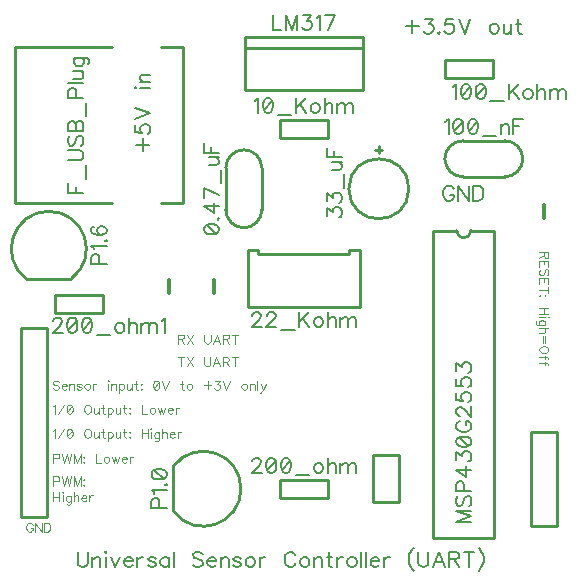
<source format=gto>
G04 DipTrace 3.2.0.1*
G04 TopSilk.gto*
%MOIN*%
G04 #@! TF.FileFunction,Legend,Top*
G04 #@! TF.Part,Single*
%ADD10C,0.009843*%
%ADD63C,0.00772*%
%ADD64C,0.012351*%
%ADD65C,0.004632*%
%FSLAX26Y26*%
G04*
G70*
G90*
G75*
G01*
G04 TopSilk*
%LPD*%
X2200394Y618110D2*
D10*
Y933071D1*
X2287008Y618110D2*
Y933071D1*
X2200394Y618110D2*
X2287008D1*
X2200394Y933071D2*
X2287008D1*
X1183701Y1813641D2*
Y1673761D1*
X1303701Y1813641D2*
Y1673761D1*
X1183701D2*
G03X1303701Y1673761I60000J-60D01*
G01*
Y1813641D2*
G03X1183701Y1813641I-60000J60D01*
G01*
X1913551Y2173701D2*
Y2113701D1*
X2073851Y2173701D2*
X1913551D1*
X2073851D2*
Y2113701D1*
X1913551D1*
X2113641Y1903701D2*
X1973761D1*
X2113641Y1783701D2*
X1973761D1*
Y1903701D2*
G03X1973761Y1783701I-60J-60000D01*
G01*
X2113641D2*
G03X2113641Y1903701I60J60000D01*
G01*
X1523851Y1913701D2*
Y1973701D1*
X1363551Y1913701D2*
X1523851D1*
X1363551D2*
Y1973701D1*
X1523851D1*
Y713701D2*
Y773701D1*
X1363551Y713701D2*
X1523851D1*
X1363551D2*
Y773701D1*
X1523851D1*
X614102Y1390857D2*
Y1330857D1*
X774402Y1390857D2*
X614102D1*
X774402D2*
Y1330857D1*
X614102D1*
X1256693Y1538583D2*
Y1349606D1*
X1630709Y1538583D2*
Y1349606D1*
X1290167Y1526772D2*
X1593307D1*
X1256693Y1538583D2*
X1290167D1*
Y1526772D1*
X1593307D2*
Y1538583D1*
X1630709D1*
X1256693Y1349606D2*
X1630709D1*
X1681881Y1873582D2*
X1705521D1*
X1693701Y1885401D2*
Y1861787D1*
X1593701Y1743671D2*
G02X1593701Y1743671I100000J0D01*
G01*
X481890Y2215774D2*
Y1696037D1*
Y2215774D2*
X805146D1*
X968903D2*
X1042126D1*
Y1696037D1*
X968903D1*
X805146D2*
X481890D1*
X586341Y1279740D2*
Y649819D1*
X499727Y1279740D2*
Y649819D1*
X586341Y1279740D2*
X499727D1*
X586341Y649819D2*
X499727D1*
X1246850Y2250000D2*
X1640551D1*
Y2072835D1*
X1246850D1*
Y2250000D1*
Y2214567D2*
X1640551D1*
X2078788Y1603783D2*
Y580161D1*
X1874055D2*
X2078788D1*
X1874055Y1603783D2*
Y580161D1*
Y1603783D2*
X1952795D1*
X2078788D2*
X2000047D1*
X1952795D2*
G03X2000047Y1603783I23626J83D01*
G01*
X1009050Y668763D2*
Y818639D1*
X1009275Y668463D2*
G03X1009275Y818939I99796J75238D01*
G01*
X668639Y1443707D2*
X518763D1*
X668939Y1443932D2*
G03X518463Y1443932I-75238J99796D01*
G01*
X1759617Y857497D2*
Y700017D1*
X1673003Y857497D2*
Y700017D1*
X1759617Y857497D2*
X1673003D1*
X1759617Y700017D2*
X1673003D1*
X1110533Y1606492D2*
D63*
X1112910Y1599307D1*
X1120095Y1594499D1*
X1132033Y1592122D1*
X1139218D1*
X1151156Y1594499D1*
X1158341Y1599307D1*
X1160718Y1606492D1*
Y1611246D1*
X1158341Y1618431D1*
X1151156Y1623184D1*
X1139218Y1625616D1*
X1132033D1*
X1120095Y1623184D1*
X1112910Y1618431D1*
X1110533Y1611246D1*
Y1606492D1*
X1120095Y1623184D2*
X1151156Y1594499D1*
X1155909Y1643431D2*
X1158341Y1641055D1*
X1160718Y1643431D1*
X1158341Y1645863D1*
X1155909Y1643431D1*
X1160718Y1685234D2*
X1110533D1*
X1143971Y1661303D1*
Y1697172D1*
X1160718Y1722173D2*
X1110533Y1746105D1*
Y1712612D1*
X1169008Y1761544D2*
Y1806976D1*
X1127224Y1822415D2*
X1151156D1*
X1158286Y1824792D1*
X1160718Y1829600D1*
Y1836785D1*
X1158286Y1841538D1*
X1151156Y1848723D1*
X1127224D2*
X1160718D1*
X1110478Y1895279D2*
Y1864163D1*
X1160718D1*
X1134409D2*
Y1883286D1*
X1940220Y2083670D2*
X1945029Y2086102D1*
X1952214Y2093231D1*
Y2043047D1*
X1982023Y2093231D2*
X1974838Y2090855D1*
X1970030Y2083670D1*
X1967653Y2071732D1*
Y2064547D1*
X1970030Y2052608D1*
X1974838Y2045423D1*
X1982023Y2043047D1*
X1986776D1*
X1993961Y2045423D1*
X1998714Y2052608D1*
X2001146Y2064547D1*
Y2071732D1*
X1998714Y2083670D1*
X1993961Y2090855D1*
X1986776Y2093231D1*
X1982023D1*
X1998714Y2083670D2*
X1970030Y2052608D1*
X2030956Y2093231D2*
X2023771Y2090855D1*
X2018962Y2083670D1*
X2016586Y2071732D1*
Y2064547D1*
X2018962Y2052608D1*
X2023771Y2045423D1*
X2030956Y2043047D1*
X2035709D1*
X2042894Y2045423D1*
X2047647Y2052608D1*
X2050079Y2064547D1*
Y2071732D1*
X2047647Y2083670D1*
X2042894Y2090855D1*
X2035709Y2093231D1*
X2030956D1*
X2047647Y2083670D2*
X2018962Y2052608D1*
X2065518Y2034756D2*
X2110950D1*
X2126389Y2093287D2*
Y2043047D1*
X2159882Y2093287D2*
X2126389Y2059793D1*
X2138327Y2071787D2*
X2159882Y2043047D1*
X2187260Y2076540D2*
X2182507Y2074163D1*
X2177698Y2069355D1*
X2175321Y2062170D1*
Y2057417D1*
X2177698Y2050232D1*
X2182507Y2045479D1*
X2187260Y2043047D1*
X2194445D1*
X2199253Y2045479D1*
X2204006Y2050232D1*
X2206438Y2057417D1*
Y2062170D1*
X2204006Y2069355D1*
X2199253Y2074163D1*
X2194445Y2076540D1*
X2187260D1*
X2221877Y2093287D2*
Y2043047D1*
Y2066978D2*
X2229063Y2074163D1*
X2233871Y2076540D1*
X2241056D1*
X2245809Y2074163D1*
X2248186Y2066978D1*
Y2043047D1*
X2263625Y2076540D2*
Y2043047D1*
Y2066978D2*
X2270810Y2074163D1*
X2275619Y2076540D1*
X2282748D1*
X2287557Y2074163D1*
X2289933Y2066978D1*
Y2043047D1*
Y2066978D2*
X2297118Y2074163D1*
X2301927Y2076540D1*
X2309057D1*
X2313865Y2074163D1*
X2316297Y2066978D1*
Y2043047D1*
X1914184Y1967307D2*
X1918993Y1969739D1*
X1926178Y1976869D1*
Y1926684D1*
X1955987Y1976869D2*
X1948802Y1974492D1*
X1943994Y1967307D1*
X1941617Y1955369D1*
Y1948184D1*
X1943994Y1936246D1*
X1948802Y1929060D1*
X1955987Y1926684D1*
X1960740D1*
X1967925Y1929060D1*
X1972679Y1936246D1*
X1975110Y1948184D1*
Y1955369D1*
X1972679Y1967307D1*
X1967925Y1974492D1*
X1960740Y1976869D1*
X1955987D1*
X1972679Y1967307D2*
X1943994Y1936246D1*
X2004920Y1976869D2*
X1997735Y1974492D1*
X1992926Y1967307D1*
X1990550Y1955369D1*
Y1948184D1*
X1992926Y1936246D1*
X1997735Y1929060D1*
X2004920Y1926684D1*
X2009673D1*
X2016858Y1929060D1*
X2021611Y1936246D1*
X2024043Y1948184D1*
Y1955369D1*
X2021611Y1967307D1*
X2016858Y1974492D1*
X2009673Y1976869D1*
X2004920D1*
X2021611Y1967307D2*
X1992926Y1936246D1*
X2039482Y1918393D2*
X2084914D1*
X2100353Y1960177D2*
Y1926684D1*
Y1950616D2*
X2107538Y1957801D1*
X2112346Y1960177D1*
X2119476D1*
X2124285Y1957801D1*
X2126661Y1950616D1*
Y1926684D1*
X2173217Y1976924D2*
X2142101D1*
Y1926684D1*
Y1952992D2*
X2161224D1*
X1280129Y2037307D2*
X1284937Y2039739D1*
X1292122Y2046869D1*
Y1996684D1*
X1321932Y2046869D2*
X1314747Y2044492D1*
X1309938Y2037307D1*
X1307561Y2025369D1*
Y2018184D1*
X1309938Y2006245D1*
X1314747Y1999060D1*
X1321932Y1996684D1*
X1326685D1*
X1333870Y1999060D1*
X1338623Y2006245D1*
X1341055Y2018184D1*
Y2025369D1*
X1338623Y2037307D1*
X1333870Y2044492D1*
X1326685Y2046869D1*
X1321932D1*
X1338623Y2037307D2*
X1309938Y2006245D1*
X1356494Y1988393D2*
X1401926D1*
X1417365Y2046924D2*
Y1996684D1*
X1450858Y2046924D2*
X1417365Y2013431D1*
X1429303Y2025424D2*
X1450858Y1996684D1*
X1478236Y2030177D2*
X1473482Y2027801D1*
X1468674Y2022992D1*
X1466297Y2015807D1*
Y2011054D1*
X1468674Y2003869D1*
X1473482Y1999116D1*
X1478236Y1996684D1*
X1485421D1*
X1490229Y1999116D1*
X1494982Y2003869D1*
X1497414Y2011054D1*
Y2015807D1*
X1494982Y2022992D1*
X1490229Y2027801D1*
X1485421Y2030177D1*
X1478236D1*
X1512853Y2046924D2*
Y1996684D1*
Y2020616D2*
X1520038Y2027801D1*
X1524847Y2030177D1*
X1532032D1*
X1536785Y2027801D1*
X1539162Y2020616D1*
Y1996684D1*
X1554601Y2030177D2*
Y1996684D1*
Y2020616D2*
X1561786Y2027801D1*
X1566594Y2030177D1*
X1573724D1*
X1578533Y2027801D1*
X1580909Y2020616D1*
Y1996684D1*
Y2020616D2*
X1588094Y2027801D1*
X1592903Y2030177D1*
X1600033D1*
X1604841Y2027801D1*
X1607273Y2020616D1*
Y1996684D1*
X1271811Y834930D2*
Y837307D1*
X1274187Y842115D1*
X1276564Y844492D1*
X1281372Y846869D1*
X1290934D1*
X1295687Y844492D1*
X1298064Y842115D1*
X1300496Y837307D1*
Y832554D1*
X1298064Y827745D1*
X1293311Y820616D1*
X1269379Y796684D1*
X1302872D1*
X1332681Y846869D2*
X1325496Y844492D1*
X1320688Y837307D1*
X1318311Y825369D1*
Y818184D1*
X1320688Y806245D1*
X1325496Y799060D1*
X1332681Y796684D1*
X1337435D1*
X1344620Y799060D1*
X1349373Y806245D1*
X1351805Y818184D1*
Y825369D1*
X1349373Y837307D1*
X1344620Y844492D1*
X1337435Y846869D1*
X1332681D1*
X1349373Y837307D2*
X1320688Y806245D1*
X1381614Y846869D2*
X1374429Y844492D1*
X1369621Y837307D1*
X1367244Y825369D1*
Y818184D1*
X1369621Y806245D1*
X1374429Y799060D1*
X1381614Y796684D1*
X1386367D1*
X1393552Y799060D1*
X1398305Y806245D1*
X1400737Y818184D1*
Y825369D1*
X1398305Y837307D1*
X1393552Y844492D1*
X1386367Y846869D1*
X1381614D1*
X1398305Y837307D2*
X1369621Y806245D1*
X1416177Y788393D2*
X1461608D1*
X1488986Y830177D2*
X1484232Y827801D1*
X1479424Y822992D1*
X1477047Y815807D1*
Y811054D1*
X1479424Y803869D1*
X1484232Y799116D1*
X1488986Y796684D1*
X1496171D1*
X1500979Y799116D1*
X1505732Y803869D1*
X1508164Y811054D1*
Y815807D1*
X1505732Y822992D1*
X1500979Y827801D1*
X1496171Y830177D1*
X1488986D1*
X1523603Y846924D2*
Y796684D1*
Y820616D2*
X1530788Y827801D1*
X1535597Y830177D1*
X1542782D1*
X1547535Y827801D1*
X1549912Y820616D1*
Y796684D1*
X1565351Y830177D2*
Y796684D1*
Y820616D2*
X1572536Y827801D1*
X1577344Y830177D1*
X1584474D1*
X1589283Y827801D1*
X1591659Y820616D1*
Y796684D1*
Y820616D2*
X1598844Y827801D1*
X1603653Y830177D1*
X1610782D1*
X1615591Y827801D1*
X1618023Y820616D1*
Y796684D1*
X608645Y1301905D2*
Y1304281D1*
X611022Y1309090D1*
X613399Y1311466D1*
X618207Y1313843D1*
X627769D1*
X632522Y1311466D1*
X634899Y1309090D1*
X637330Y1304281D1*
Y1299528D1*
X634899Y1294720D1*
X630145Y1287590D1*
X606214Y1263658D1*
X639707D1*
X669516Y1313843D2*
X662331Y1311466D1*
X657523Y1304281D1*
X655146Y1292343D1*
Y1285158D1*
X657523Y1273220D1*
X662331Y1266035D1*
X669516Y1263658D1*
X674269D1*
X681455Y1266035D1*
X686208Y1273220D1*
X688640Y1285158D1*
Y1292343D1*
X686208Y1304281D1*
X681455Y1311466D1*
X674269Y1313843D1*
X669516D1*
X686208Y1304281D2*
X657523Y1273220D1*
X718449Y1313843D2*
X711264Y1311466D1*
X706455Y1304281D1*
X704079Y1292343D1*
Y1285158D1*
X706455Y1273220D1*
X711264Y1266035D1*
X718449Y1263658D1*
X723202D1*
X730387Y1266035D1*
X735140Y1273220D1*
X737572Y1285158D1*
Y1292343D1*
X735140Y1304281D1*
X730387Y1311466D1*
X723202Y1313843D1*
X718449D1*
X735140Y1304281D2*
X706455Y1273220D1*
X753011Y1255368D2*
X798443D1*
X825820Y1297152D2*
X821067Y1294775D1*
X816259Y1289967D1*
X813882Y1282782D1*
Y1278028D1*
X816259Y1270843D1*
X821067Y1266090D1*
X825820Y1263658D1*
X833005D1*
X837814Y1266090D1*
X842567Y1270843D1*
X844999Y1278028D1*
Y1282782D1*
X842567Y1289967D1*
X837814Y1294775D1*
X833005Y1297152D1*
X825820D1*
X860438Y1313898D2*
Y1263658D1*
Y1287590D2*
X867623Y1294775D1*
X872432Y1297152D1*
X879617D1*
X884370Y1294775D1*
X886746Y1287590D1*
Y1263658D1*
X902186Y1297152D2*
Y1263658D1*
Y1287590D2*
X909371Y1294775D1*
X914179Y1297152D1*
X921309D1*
X926117Y1294775D1*
X928494Y1287590D1*
Y1263658D1*
Y1287590D2*
X935679Y1294775D1*
X940488Y1297152D1*
X947617D1*
X952426Y1294775D1*
X954858Y1287590D1*
Y1263658D1*
X970297Y1304281D2*
X975105Y1306713D1*
X982290Y1313843D1*
Y1263658D1*
X1271811Y1320654D2*
Y1323031D1*
X1274187Y1327839D1*
X1276564Y1330216D1*
X1281372Y1332592D1*
X1290934D1*
X1295687Y1330216D1*
X1298064Y1327839D1*
X1300496Y1323031D1*
Y1318278D1*
X1298064Y1313469D1*
X1293311Y1306339D1*
X1269379Y1282408D1*
X1302872D1*
X1320743Y1320654D2*
Y1323031D1*
X1323120Y1327839D1*
X1325496Y1330216D1*
X1330305Y1332592D1*
X1339867D1*
X1344620Y1330216D1*
X1346996Y1327839D1*
X1349428Y1323031D1*
Y1318278D1*
X1346996Y1313469D1*
X1342243Y1306339D1*
X1318311Y1282408D1*
X1351805D1*
X1367244Y1274117D2*
X1412676D1*
X1428115Y1332648D2*
Y1282408D1*
X1461608Y1332648D2*
X1428115Y1299154D1*
X1440053Y1311148D2*
X1461608Y1282408D1*
X1488986Y1315901D2*
X1484232Y1313524D1*
X1479424Y1308716D1*
X1477047Y1301531D1*
Y1296778D1*
X1479424Y1289593D1*
X1484232Y1284839D1*
X1488986Y1282408D1*
X1496171D1*
X1500979Y1284839D1*
X1505732Y1289593D1*
X1508164Y1296778D1*
Y1301531D1*
X1505732Y1308716D1*
X1500979Y1313524D1*
X1496171Y1315901D1*
X1488986D1*
X1523603Y1332648D2*
Y1282408D1*
Y1306339D2*
X1530788Y1313524D1*
X1535597Y1315901D1*
X1542782D1*
X1547535Y1313524D1*
X1549912Y1306339D1*
Y1282408D1*
X1565351Y1315901D2*
Y1282408D1*
Y1306339D2*
X1572536Y1313524D1*
X1577344Y1315901D1*
X1584474D1*
X1589283Y1313524D1*
X1591659Y1306339D1*
Y1282408D1*
Y1306339D2*
X1598844Y1313524D1*
X1603653Y1315901D1*
X1610782D1*
X1615591Y1313524D1*
X1618023Y1306339D1*
Y1282408D1*
X1520533Y1653562D2*
Y1679815D1*
X1539656Y1665500D1*
Y1672685D1*
X1542033Y1677439D1*
X1544409Y1679815D1*
X1551595Y1682247D1*
X1556348D1*
X1563533Y1679815D1*
X1568341Y1675062D1*
X1570718Y1667877D1*
Y1660692D1*
X1568341Y1653562D1*
X1565909Y1651186D1*
X1561156Y1648754D1*
X1520533Y1702495D2*
Y1728748D1*
X1539656Y1714433D1*
Y1721618D1*
X1542033Y1726371D1*
X1544409Y1728748D1*
X1551595Y1731180D1*
X1556348D1*
X1563533Y1728748D1*
X1568341Y1723995D1*
X1570718Y1716810D1*
Y1709624D1*
X1568341Y1702495D1*
X1565909Y1700118D1*
X1561156Y1697686D1*
X1579008Y1746619D2*
Y1792050D1*
X1537224Y1807490D2*
X1561156D1*
X1568286Y1809866D1*
X1570718Y1814675D1*
Y1821860D1*
X1568286Y1826613D1*
X1561156Y1833798D1*
X1537224D2*
X1570718D1*
X1520478Y1880354D2*
Y1849237D1*
X1570718D1*
X1544409D2*
Y1868360D1*
X658667Y1762073D2*
Y1730956D1*
X708907D1*
X682598D2*
Y1750079D1*
X717197Y1777512D2*
Y1822943D1*
X658667Y1838383D2*
X694537D1*
X701722Y1840759D1*
X706475Y1845568D1*
X708907Y1852753D1*
Y1857506D1*
X706475Y1864691D1*
X701722Y1869499D1*
X694537Y1871876D1*
X658667D1*
X665852Y1920808D2*
X661043Y1916055D1*
X658667Y1908870D1*
Y1899309D1*
X661043Y1892124D1*
X665852Y1887315D1*
X670605D1*
X675413Y1889747D1*
X677790Y1892124D1*
X680167Y1896877D1*
X684975Y1911247D1*
X687352Y1916055D1*
X689783Y1918432D1*
X694537Y1920808D1*
X701722D1*
X706475Y1916055D1*
X708907Y1908870D1*
Y1899309D1*
X706475Y1892124D1*
X701722Y1887315D1*
X658667Y1936248D2*
X708907D1*
Y1957803D1*
X706475Y1964988D1*
X704098Y1967364D1*
X699345Y1969741D1*
X692160D1*
X687352Y1967364D1*
X684975Y1964988D1*
X682598Y1957803D1*
X680167Y1964988D1*
X677790Y1967364D1*
X673037Y1969741D1*
X668228D1*
X663475Y1967364D1*
X661043Y1964988D1*
X658667Y1957803D1*
Y1936248D1*
X682598D2*
Y1957803D1*
X717197Y1985180D2*
Y2030612D1*
X684975Y2046051D2*
Y2067606D1*
X682598Y2074736D1*
X680167Y2077168D1*
X675413Y2079544D1*
X668228D1*
X663475Y2077168D1*
X661043Y2074736D1*
X658667Y2067606D1*
Y2046051D1*
X708907D1*
X658667Y2094984D2*
X708907D1*
X675413Y2110423D2*
X699345D1*
X706475Y2112799D1*
X708907Y2117608D1*
Y2124793D1*
X706475Y2129546D1*
X699345Y2136731D1*
X675413D2*
X708907D1*
X677790Y2180855D2*
X716092D1*
X723222Y2178479D1*
X725653Y2176102D1*
X728030Y2171294D1*
Y2164109D1*
X725653Y2159355D1*
X684975Y2180855D2*
X680222Y2176102D1*
X677790Y2171294D1*
Y2164109D1*
X680222Y2159355D1*
X684975Y2154547D1*
X692160Y2152170D1*
X696968D1*
X704098Y2154547D1*
X708907Y2159355D1*
X711283Y2164109D1*
Y2171294D1*
X708907Y2176102D1*
X704098Y2180855D1*
X1339867Y2323223D2*
Y2272983D1*
X1368551D1*
X1422237D2*
Y2323223D1*
X1403114Y2272983D1*
X1383991Y2323223D1*
Y2272983D1*
X1442485Y2323168D2*
X1468738D1*
X1454423Y2304045D1*
X1461608D1*
X1466361Y2301668D1*
X1468738Y2299291D1*
X1471170Y2292106D1*
Y2287353D1*
X1468738Y2280168D1*
X1463985Y2275360D1*
X1456800Y2272983D1*
X1449615D1*
X1442485Y2275360D1*
X1440108Y2277792D1*
X1437676Y2282545D1*
X1486609Y2313606D2*
X1491417Y2316038D1*
X1498602Y2323168D1*
Y2272983D1*
X1523603D2*
X1547535Y2323168D1*
X1514042D1*
X2001920Y670690D2*
X1951680D1*
X2001920Y651567D1*
X1951680Y632444D1*
X2001920D1*
X1958865Y719623D2*
X1954056Y714870D1*
X1951680Y707684D1*
Y698123D1*
X1954056Y690938D1*
X1958865Y686129D1*
X1963618D1*
X1968427Y688561D1*
X1970803Y690938D1*
X1973180Y695691D1*
X1977988Y710061D1*
X1980365Y714869D1*
X1982797Y717246D1*
X1987550Y719623D1*
X1994735D1*
X1999488Y714869D1*
X2001920Y707684D1*
Y698123D1*
X1999488Y690938D1*
X1994735Y686129D1*
X1977988Y735062D2*
Y756617D1*
X1975612Y763747D1*
X1973180Y766179D1*
X1968427Y768555D1*
X1961241D1*
X1956488Y766179D1*
X1954056Y763747D1*
X1951680Y756617D1*
Y735062D1*
X2001920D1*
Y807926D2*
X1951735D1*
X1985173Y783994D1*
Y819864D1*
X1951735Y840112D2*
Y866365D1*
X1970858Y852050D1*
Y859235D1*
X1973235Y863989D1*
X1975612Y866365D1*
X1982797Y868797D1*
X1987550D1*
X1994735Y866365D1*
X1999543Y861612D1*
X2001920Y854427D1*
Y847242D1*
X1999543Y840112D1*
X1997111Y837735D1*
X1992358Y835304D1*
X1951735Y898606D2*
X1954112Y891421D1*
X1961297Y886613D1*
X1973235Y884236D1*
X1980420D1*
X1992358Y886613D1*
X1999543Y891421D1*
X2001920Y898606D1*
Y903359D1*
X1999543Y910545D1*
X1992358Y915298D1*
X1980420Y917730D1*
X1973235D1*
X1961297Y915298D1*
X1954112Y910545D1*
X1951735Y903359D1*
Y898606D1*
X1961297Y915298D2*
X1992358Y886613D1*
X1963618Y969039D2*
X1958865Y966662D1*
X1954056Y961854D1*
X1951680Y957101D1*
Y947539D1*
X1954056Y942730D1*
X1958865Y937977D1*
X1963618Y935545D1*
X1970803Y933169D1*
X1982797D1*
X1989926Y935545D1*
X1994735Y937977D1*
X1999488Y942730D1*
X2001920Y947539D1*
Y957101D1*
X1999488Y961854D1*
X1994735Y966662D1*
X1989926Y969039D1*
X1982797D1*
Y957101D1*
X1963673Y986910D2*
X1961297D1*
X1956488Y989286D1*
X1954112Y991663D1*
X1951735Y996471D1*
Y1006033D1*
X1954112Y1010786D1*
X1956488Y1013163D1*
X1961297Y1015595D1*
X1966050D1*
X1970858Y1013163D1*
X1977988Y1008410D1*
X2001920Y984478D1*
Y1017971D1*
X1951735Y1062095D2*
Y1038219D1*
X1973235Y1035842D1*
X1970858Y1038219D1*
X1968426Y1045404D1*
Y1052534D1*
X1970858Y1059719D1*
X1975612Y1064527D1*
X1982797Y1066904D1*
X1987550D1*
X1994735Y1064527D1*
X1999543Y1059719D1*
X2001920Y1052534D1*
Y1045404D1*
X1999543Y1038219D1*
X1997111Y1035842D1*
X1992358Y1033411D1*
X1951735Y1111028D2*
Y1087152D1*
X1973235Y1084775D1*
X1970858Y1087152D1*
X1968426Y1094337D1*
Y1101466D1*
X1970858Y1108651D1*
X1975612Y1113460D1*
X1982797Y1115836D1*
X1987550D1*
X1994735Y1113460D1*
X1999543Y1108651D1*
X2001920Y1101466D1*
Y1094337D1*
X1999543Y1087152D1*
X1997111Y1084775D1*
X1992358Y1082343D1*
X1951735Y1136084D2*
Y1162337D1*
X1970858Y1148022D1*
Y1155207D1*
X1973235Y1159961D1*
X1975612Y1162337D1*
X1982797Y1164769D1*
X1987550D1*
X1994735Y1162337D1*
X1999543Y1157584D1*
X2001920Y1150399D1*
Y1143214D1*
X1999543Y1136084D1*
X1997111Y1133708D1*
X1992358Y1131276D1*
X962135Y678648D2*
Y700203D1*
X959759Y707333D1*
X957327Y709764D1*
X952574Y712141D1*
X945388D1*
X940635Y709764D1*
X938203Y707333D1*
X935827Y700203D1*
Y678648D1*
X986067D1*
X945444Y727580D2*
X943012Y732389D1*
X935882Y739574D1*
X986067D1*
X981258Y757390D2*
X983690Y755013D1*
X986067Y757390D1*
X983690Y759821D1*
X981258Y757390D1*
X935882Y789631D2*
X938259Y782446D1*
X945444Y777637D1*
X957382Y775261D1*
X964567D1*
X976505Y777637D1*
X983690Y782446D1*
X986067Y789631D1*
Y794384D1*
X983690Y801569D1*
X976505Y806322D1*
X964567Y808754D1*
X957382D1*
X945444Y806322D1*
X938259Y801569D1*
X935882Y794384D1*
Y789631D1*
X945444Y806322D2*
X976505Y777637D1*
X761947Y1492370D2*
Y1513925D1*
X759571Y1521055D1*
X757139Y1523487D1*
X752386Y1525864D1*
X745201D1*
X740447Y1523487D1*
X738016Y1521055D1*
X735639Y1513925D1*
Y1492370D1*
X785879D1*
X745256Y1541303D2*
X742824Y1546111D1*
X735694Y1553296D1*
X785879D1*
X781071Y1571112D2*
X783502Y1568735D1*
X785879Y1571112D1*
X783502Y1573544D1*
X781071Y1571112D1*
X742824Y1617668D2*
X738071Y1615291D1*
X735694Y1608106D1*
Y1603353D1*
X738071Y1596168D1*
X745256Y1591360D1*
X757194Y1588983D1*
X769132D1*
X778694Y1591360D1*
X783502Y1596168D1*
X785879Y1603353D1*
Y1605730D1*
X783502Y1612860D1*
X778694Y1617668D1*
X771509Y1620045D1*
X769132D1*
X761947Y1617668D1*
X757194Y1612860D1*
X754818Y1605730D1*
Y1603353D1*
X757194Y1596168D1*
X761947Y1591360D1*
X769132Y1588983D1*
X2242765Y1646175D2*
D64*
Y1690390D1*
X689841Y533425D2*
D63*
Y497555D1*
X692218Y490370D1*
X697026Y485616D1*
X704212Y483185D1*
X708965D1*
X716150Y485616D1*
X720958Y490370D1*
X723335Y497555D1*
Y533425D1*
X738774Y516678D2*
Y483185D1*
Y507116D2*
X745959Y514301D1*
X750768Y516678D1*
X757897D1*
X762706Y514301D1*
X765082Y507116D1*
Y483185D1*
X780522Y533425D2*
X782898Y531048D1*
X785330Y533425D1*
X782898Y535856D1*
X780522Y533425D1*
X782898Y516678D2*
Y483185D1*
X800769Y516678D2*
X815139Y483185D1*
X829454Y516678D1*
X844893Y502308D2*
X873578D1*
Y507116D1*
X871202Y511925D1*
X868825Y514301D1*
X864017Y516678D1*
X856832D1*
X852078Y514301D1*
X847270Y509493D1*
X844893Y502308D1*
Y497555D1*
X847270Y490370D1*
X852078Y485616D1*
X856832Y483185D1*
X864017D1*
X868825Y485616D1*
X873578Y490370D1*
X889018Y516678D2*
Y483185D1*
Y502308D2*
X891449Y509493D1*
X896203Y514301D1*
X901011Y516678D1*
X908196D1*
X949944Y509493D2*
X947567Y514301D1*
X940382Y516678D1*
X933197D1*
X926012Y514301D1*
X923635Y509493D1*
X926012Y504740D1*
X930820Y502308D1*
X942759Y499931D1*
X947567Y497555D1*
X949944Y492746D1*
Y490370D1*
X947567Y485616D1*
X940382Y483185D1*
X933197D1*
X926012Y485616D1*
X923635Y490370D1*
X994068Y516678D2*
Y483185D1*
Y509493D2*
X989315Y514301D1*
X984506Y516678D1*
X977376D1*
X972568Y514301D1*
X967815Y509493D1*
X965383Y502308D1*
Y497555D1*
X967815Y490370D1*
X972568Y485616D1*
X977376Y483185D1*
X984506D1*
X989315Y485616D1*
X994068Y490370D1*
X1009507Y533425D2*
Y483185D1*
X1107041Y526239D2*
X1102287Y531048D1*
X1095102Y533425D1*
X1085541D1*
X1078356Y531048D1*
X1073547Y526239D1*
Y521486D1*
X1075979Y516678D1*
X1078356Y514301D1*
X1083109Y511925D1*
X1097479Y507116D1*
X1102287Y504740D1*
X1104664Y502308D1*
X1107041Y497555D1*
Y490370D1*
X1102287Y485616D1*
X1095102Y483185D1*
X1085541D1*
X1078356Y485616D1*
X1073547Y490370D1*
X1122480Y502308D2*
X1151165D1*
Y507116D1*
X1148788Y511925D1*
X1146411Y514301D1*
X1141603Y516678D1*
X1134418D1*
X1129665Y514301D1*
X1124856Y509493D1*
X1122480Y502308D1*
Y497555D1*
X1124856Y490370D1*
X1129665Y485616D1*
X1134418Y483185D1*
X1141603D1*
X1146411Y485616D1*
X1151165Y490370D1*
X1166604Y516678D2*
Y483185D1*
Y507116D2*
X1173789Y514301D1*
X1178597Y516678D1*
X1185727D1*
X1190536Y514301D1*
X1192912Y507116D1*
Y483185D1*
X1234660Y509493D2*
X1232283Y514301D1*
X1225098Y516678D1*
X1217913D1*
X1210728Y514301D1*
X1208351Y509493D1*
X1210728Y504740D1*
X1215537Y502308D1*
X1227475Y499931D1*
X1232283Y497555D1*
X1234660Y492746D1*
Y490370D1*
X1232283Y485616D1*
X1225098Y483185D1*
X1217913D1*
X1210728Y485616D1*
X1208351Y490370D1*
X1262037Y516678D2*
X1257284Y514301D1*
X1252476Y509493D1*
X1250099Y502308D1*
Y497555D1*
X1252476Y490370D1*
X1257284Y485616D1*
X1262037Y483185D1*
X1269222D1*
X1274031Y485616D1*
X1278784Y490370D1*
X1281216Y497555D1*
Y502308D1*
X1278784Y509493D1*
X1274031Y514301D1*
X1269222Y516678D1*
X1262037D1*
X1296655D2*
Y483185D1*
Y502308D2*
X1299087Y509493D1*
X1303840Y514301D1*
X1308648Y516678D1*
X1315834D1*
X1415744Y521486D2*
X1413367Y526239D1*
X1408559Y531048D1*
X1403805Y533425D1*
X1394244D1*
X1389435Y531048D1*
X1384682Y526239D1*
X1382250Y521486D1*
X1379874Y514301D1*
Y502308D1*
X1382250Y495178D1*
X1384682Y490370D1*
X1389435Y485616D1*
X1394244Y483185D1*
X1403805D1*
X1408559Y485616D1*
X1413367Y490370D1*
X1415744Y495178D1*
X1443121Y516678D2*
X1438368Y514301D1*
X1433560Y509493D1*
X1431183Y502308D1*
Y497555D1*
X1433560Y490370D1*
X1438368Y485616D1*
X1443121Y483185D1*
X1450306D1*
X1455115Y485616D1*
X1459868Y490370D1*
X1462300Y497555D1*
Y502308D1*
X1459868Y509493D1*
X1455115Y514301D1*
X1450306Y516678D1*
X1443121D1*
X1477739D2*
Y483185D1*
Y507116D2*
X1484924Y514301D1*
X1489732Y516678D1*
X1496862D1*
X1501671Y514301D1*
X1504047Y507116D1*
Y483185D1*
X1526671Y533425D2*
Y492746D1*
X1529048Y485616D1*
X1533857Y483185D1*
X1538610D1*
X1519486Y516678D2*
X1536233D1*
X1554049D2*
Y483185D1*
Y502308D2*
X1556481Y509493D1*
X1561234Y514301D1*
X1566042Y516678D1*
X1573227D1*
X1600605D2*
X1595852Y514301D1*
X1591043Y509493D1*
X1588667Y502308D1*
Y497555D1*
X1591043Y490370D1*
X1595852Y485616D1*
X1600605Y483185D1*
X1607790D1*
X1612598Y485616D1*
X1617352Y490370D1*
X1619783Y497555D1*
Y502308D1*
X1617352Y509493D1*
X1612598Y514301D1*
X1607790Y516678D1*
X1600605D1*
X1635223Y533425D2*
Y483185D1*
X1650662Y533425D2*
Y483185D1*
X1666101Y502308D2*
X1694786D1*
Y507116D1*
X1692410Y511925D1*
X1690033Y514301D1*
X1685224Y516678D1*
X1678039D1*
X1673286Y514301D1*
X1668478Y509493D1*
X1666101Y502308D1*
Y497555D1*
X1668478Y490370D1*
X1673286Y485616D1*
X1678039Y483185D1*
X1685224D1*
X1690033Y485616D1*
X1694786Y490370D1*
X1710225Y516678D2*
Y483185D1*
Y502308D2*
X1712657Y509493D1*
X1717410Y514301D1*
X1722219Y516678D1*
X1729404D1*
X1810191Y546523D2*
X1805382Y541770D1*
X1800629Y534585D1*
X1795821Y525024D1*
X1793444Y513030D1*
Y503468D1*
X1795821Y491530D1*
X1800629Y481969D1*
X1805382Y474784D1*
X1810191Y470030D1*
X1825630Y533425D2*
Y497555D1*
X1828007Y490370D1*
X1832815Y485616D1*
X1840000Y483185D1*
X1844753D1*
X1851938Y485616D1*
X1856747Y490370D1*
X1859123Y497555D1*
Y533425D1*
X1912864Y483185D2*
X1893686Y533425D1*
X1874563Y483185D1*
X1881748Y499931D2*
X1905679D1*
X1928304Y509493D2*
X1949803D1*
X1956989Y511925D1*
X1959420Y514301D1*
X1961797Y519054D1*
Y523863D1*
X1959420Y528616D1*
X1956989Y531048D1*
X1949803Y533425D1*
X1928304D1*
Y483185D1*
X1945050Y509493D2*
X1961797Y483185D1*
X1993983Y533425D2*
Y483185D1*
X1977236Y533425D2*
X2010730D1*
X2026169Y546523D2*
X2030977Y541770D1*
X2035730Y534585D1*
X2040539Y525024D1*
X2042915Y513030D1*
Y503468D1*
X2040539Y491530D1*
X2035730Y481969D1*
X2030977Y474784D1*
X2026169Y470030D1*
X1033796Y1181981D2*
D65*
Y1151837D1*
X1023748Y1181981D2*
X1043844D1*
X1053107D2*
X1073203Y1151837D1*
Y1181981D2*
X1053107Y1151837D1*
X1111627Y1181981D2*
Y1160459D1*
X1113053Y1156148D1*
X1115938Y1153296D1*
X1120249Y1151837D1*
X1123101D1*
X1127412Y1153296D1*
X1130297Y1156148D1*
X1131723Y1160459D1*
Y1181981D1*
X1163968Y1151837D2*
X1152461Y1181981D1*
X1140987Y1151837D1*
X1145298Y1161885D2*
X1159657D1*
X1173231Y1167622D2*
X1186131D1*
X1190442Y1169081D1*
X1191902Y1170507D1*
X1193327Y1173359D1*
Y1176244D1*
X1191902Y1179096D1*
X1190442Y1180555D1*
X1186131Y1181981D1*
X1173231D1*
Y1151837D1*
X1183279Y1167622D2*
X1193327Y1151837D1*
X1212639Y1181981D2*
Y1151837D1*
X1202591Y1181981D2*
X1222687D1*
X1024584Y1243563D2*
X1037484D1*
X1041795Y1245022D1*
X1043254Y1246448D1*
X1044680Y1249300D1*
Y1252185D1*
X1043254Y1255037D1*
X1041795Y1256496D1*
X1037484Y1257922D1*
X1024584D1*
Y1227778D1*
X1034632Y1243563D2*
X1044680Y1227778D1*
X1053943Y1257922D2*
X1074039Y1227778D1*
Y1257922D2*
X1053943Y1227778D1*
X1112463Y1257922D2*
Y1236400D1*
X1113889Y1232089D1*
X1116774Y1229237D1*
X1121085Y1227778D1*
X1123937D1*
X1128248Y1229237D1*
X1131133Y1232089D1*
X1132559Y1236400D1*
Y1257922D1*
X1164804Y1227778D2*
X1153297Y1257922D1*
X1141823Y1227778D1*
X1146134Y1237826D2*
X1160493D1*
X1174067Y1243563D2*
X1186967D1*
X1191278Y1245022D1*
X1192738Y1246448D1*
X1194163Y1249300D1*
Y1252185D1*
X1192738Y1255037D1*
X1191278Y1256496D1*
X1186967Y1257922D1*
X1174067D1*
Y1227778D1*
X1184115Y1243563D2*
X1194163Y1227778D1*
X1213475Y1257922D2*
Y1227778D1*
X1203427Y1257922D2*
X1223523D1*
X1142765Y1396175D2*
D64*
Y1440390D1*
X992765Y1396175D2*
Y1440390D1*
X1805578Y2307656D2*
D63*
Y2264601D1*
X1784078Y2286101D2*
X1827133D1*
X1847380Y2311221D2*
X1873633D1*
X1859319Y2292098D1*
X1866504D1*
X1871257Y2289721D1*
X1873633Y2287345D1*
X1876065Y2280159D1*
Y2275406D1*
X1873633Y2268221D1*
X1868880Y2263413D1*
X1861695Y2261036D1*
X1854510D1*
X1847380Y2263413D1*
X1845004Y2265845D1*
X1842572Y2270598D1*
X1893881Y2265845D2*
X1891504Y2263413D1*
X1893881Y2261036D1*
X1896313Y2263413D1*
X1893881Y2265845D1*
X1940437Y2311221D2*
X1916561D1*
X1914184Y2289721D1*
X1916561Y2292098D1*
X1923746Y2294530D1*
X1930875D1*
X1938060Y2292098D1*
X1942869Y2287345D1*
X1945245Y2280159D1*
Y2275406D1*
X1942869Y2268221D1*
X1938060Y2263413D1*
X1930875Y2261036D1*
X1923746D1*
X1916561Y2263413D1*
X1914184Y2265845D1*
X1911752Y2270598D1*
X1960685Y2311276D2*
X1979808Y2261036D1*
X1998931Y2311276D1*
X2074910Y2294530D2*
X2070157Y2292153D1*
X2065348Y2287345D1*
X2062971Y2280159D1*
Y2275406D1*
X2065348Y2268221D1*
X2070157Y2263468D1*
X2074910Y2261036D1*
X2082095D1*
X2086903Y2263468D1*
X2091656Y2268221D1*
X2094088Y2275406D1*
Y2280159D1*
X2091656Y2287345D1*
X2086903Y2292153D1*
X2082095Y2294530D1*
X2074910D1*
X2109527D2*
Y2270598D1*
X2111904Y2263468D1*
X2116713Y2261036D1*
X2123898D1*
X2128651Y2263468D1*
X2135836Y2270598D1*
Y2294530D2*
Y2261036D1*
X2158460Y2311276D2*
Y2270598D1*
X2160837Y2263468D1*
X2165645Y2261036D1*
X2170398D1*
X2151275Y2294530D2*
X2168022D1*
X885816Y1889813D2*
X928871Y1889812D1*
X907371Y1868313D2*
X907372Y1911368D1*
X882252Y1955492D2*
Y1931615D1*
X903751Y1929239D1*
X901375Y1931615D1*
X898943Y1938800D1*
Y1945930D1*
X901375Y1953115D1*
X906128Y1957924D1*
X913313Y1960300D1*
X918066D1*
X925251Y1957924D1*
X930060Y1953115D1*
X932436Y1945930D1*
Y1938800D1*
X930060Y1931615D1*
X927628Y1929239D1*
X922875Y1926807D1*
X882196Y1975739D2*
X932436Y1994863D1*
X882196Y2013986D1*
Y2078026D2*
X884573Y2080403D1*
X882196Y2082835D1*
X879764Y2080403D1*
X882196Y2078026D1*
X898943Y2080403D2*
X932436D1*
X898943Y2098274D2*
X932436D1*
X908505D2*
X901320Y2105459D1*
X898943Y2110267D1*
Y2117397D1*
X901320Y2122206D1*
X908505Y2124582D1*
X932436D1*
X1943731Y1742402D2*
X1941354Y1747155D1*
X1936546Y1751964D1*
X1931793Y1754341D1*
X1922231D1*
X1917423Y1751964D1*
X1912670Y1747155D1*
X1910238Y1742402D1*
X1907861Y1735217D1*
Y1723224D1*
X1910238Y1716094D1*
X1912670Y1711286D1*
X1917423Y1706532D1*
X1922231Y1704101D1*
X1931793D1*
X1936546Y1706532D1*
X1941354Y1711286D1*
X1943731Y1716094D1*
Y1723224D1*
X1931793D1*
X1992664Y1754341D2*
Y1704101D1*
X1959170Y1754341D1*
Y1704101D1*
X2008103Y1754341D2*
Y1704101D1*
X2024850D1*
X2032035Y1706532D1*
X2036843Y1711286D1*
X2039220Y1716094D1*
X2041596Y1723224D1*
Y1735217D1*
X2039220Y1742402D1*
X2036843Y1747155D1*
X2032035Y1751964D1*
X2024850Y1754341D1*
X2008103D1*
X626609Y1099872D2*
D65*
X623757Y1102757D1*
X619446Y1104183D1*
X613709D1*
X609398Y1102757D1*
X606513Y1099872D1*
Y1097020D1*
X607972Y1094135D1*
X609398Y1092709D1*
X612250Y1091283D1*
X620872Y1088398D1*
X623757Y1086972D1*
X625183Y1085513D1*
X626609Y1082661D1*
Y1078350D1*
X623757Y1075498D1*
X619446Y1074039D1*
X613709D1*
X609398Y1075498D1*
X606513Y1078350D1*
X635872Y1085513D2*
X653083D1*
Y1088398D1*
X651657Y1091283D1*
X650231Y1092709D1*
X647346Y1094135D1*
X643035D1*
X640183Y1092709D1*
X637298Y1089824D1*
X635872Y1085513D1*
Y1082661D1*
X637298Y1078350D1*
X640183Y1075498D1*
X643035Y1074039D1*
X647346D1*
X650231Y1075498D1*
X653083Y1078350D1*
X662347Y1094135D2*
Y1074039D1*
Y1088398D2*
X666658Y1092709D1*
X669543Y1094135D1*
X673821D1*
X676706Y1092709D1*
X678132Y1088398D1*
Y1074039D1*
X703180Y1089824D2*
X701754Y1092709D1*
X697443Y1094135D1*
X693132D1*
X688821Y1092709D1*
X687395Y1089824D1*
X688821Y1086972D1*
X691706Y1085513D1*
X698869Y1084087D1*
X701754Y1082661D1*
X703180Y1079776D1*
Y1078350D1*
X701754Y1075498D1*
X697443Y1074039D1*
X693132D1*
X688821Y1075498D1*
X687395Y1078350D1*
X719607Y1094135D2*
X716755Y1092709D1*
X713870Y1089824D1*
X712444Y1085513D1*
Y1082661D1*
X713870Y1078350D1*
X716755Y1075498D1*
X719607Y1074039D1*
X723918D1*
X726803Y1075498D1*
X729655Y1078350D1*
X731114Y1082661D1*
Y1085513D1*
X729655Y1089824D1*
X726803Y1092709D1*
X723918Y1094135D1*
X719607D1*
X740377D2*
Y1074039D1*
Y1085513D2*
X741837Y1089824D1*
X744688Y1092709D1*
X747574Y1094135D1*
X751885D1*
X790309Y1104183D2*
X791735Y1102757D1*
X793194Y1104183D1*
X791735Y1105642D1*
X790309Y1104183D1*
X791735Y1094135D2*
Y1074039D1*
X802457Y1094135D2*
Y1074039D1*
Y1088398D2*
X806768Y1092709D1*
X809653Y1094135D1*
X813931D1*
X816816Y1092709D1*
X818242Y1088398D1*
Y1074039D1*
X827506Y1094135D2*
Y1063991D1*
Y1089824D2*
X830391Y1092676D1*
X833243Y1094135D1*
X837554D1*
X840439Y1092676D1*
X843291Y1089824D1*
X844750Y1085513D1*
Y1082628D1*
X843291Y1078350D1*
X840439Y1075465D1*
X837554Y1074039D1*
X833243D1*
X830391Y1075465D1*
X827506Y1078350D1*
X854013Y1094135D2*
Y1079776D1*
X855439Y1075498D1*
X858324Y1074039D1*
X862635D1*
X865487Y1075498D1*
X869798Y1079776D1*
Y1094135D2*
Y1074039D1*
X883373Y1104183D2*
Y1079776D1*
X884799Y1075498D1*
X887684Y1074039D1*
X890536D1*
X879062Y1094135D2*
X889110D1*
X901259D2*
X899799Y1092676D1*
X901259Y1091250D1*
X902685Y1092676D1*
X901259Y1094135D1*
Y1076924D2*
X899799Y1075465D1*
X901259Y1074039D1*
X902685Y1075465D1*
X901259Y1076924D1*
X949731Y1104150D2*
X945420Y1102724D1*
X942535Y1098413D1*
X941109Y1091250D1*
Y1086939D1*
X942535Y1079776D1*
X945420Y1075465D1*
X949731Y1074039D1*
X952583D1*
X956894Y1075465D1*
X959746Y1079776D1*
X961205Y1086939D1*
Y1091250D1*
X959746Y1098413D1*
X956894Y1102724D1*
X952583Y1104150D1*
X949731D1*
X959746Y1098413D2*
X942535Y1079776D1*
X970468Y1104183D2*
X981942Y1074039D1*
X993416Y1104183D1*
X1036151D2*
Y1079776D1*
X1037577Y1075498D1*
X1040462Y1074039D1*
X1043314D1*
X1031840Y1094135D2*
X1041888D1*
X1059741D2*
X1056889Y1092709D1*
X1054004Y1089824D1*
X1052578Y1085513D1*
Y1082661D1*
X1054004Y1078350D1*
X1056889Y1075498D1*
X1059741Y1074039D1*
X1064052D1*
X1066937Y1075498D1*
X1069789Y1078350D1*
X1071248Y1082661D1*
Y1085513D1*
X1069789Y1089824D1*
X1066937Y1092709D1*
X1064052Y1094135D1*
X1059741D1*
X1122572Y1102011D2*
Y1076178D1*
X1109672Y1089078D2*
X1135505D1*
X1147654Y1104150D2*
X1163405D1*
X1154816Y1092676D1*
X1159127D1*
X1161979Y1091250D1*
X1163405Y1089824D1*
X1164864Y1085513D1*
Y1082661D1*
X1163405Y1078350D1*
X1160553Y1075465D1*
X1156242Y1074039D1*
X1151931D1*
X1147654Y1075465D1*
X1146228Y1076924D1*
X1144768Y1079776D1*
X1174128Y1104183D2*
X1185602Y1074039D1*
X1197076Y1104183D1*
X1242663Y1094135D2*
X1239811Y1092709D1*
X1236926Y1089824D1*
X1235500Y1085513D1*
Y1082661D1*
X1236926Y1078350D1*
X1239811Y1075498D1*
X1242663Y1074039D1*
X1246974D1*
X1249859Y1075498D1*
X1252711Y1078350D1*
X1254170Y1082661D1*
Y1085513D1*
X1252711Y1089824D1*
X1249859Y1092709D1*
X1246974Y1094135D1*
X1242663D1*
X1263434D2*
Y1074039D1*
Y1088398D2*
X1267745Y1092709D1*
X1270630Y1094135D1*
X1274908D1*
X1277793Y1092709D1*
X1279219Y1088398D1*
Y1074039D1*
X1288482Y1104183D2*
Y1074039D1*
X1299205Y1094135D2*
X1307794Y1074039D1*
X1304942Y1068302D1*
X1302057Y1065417D1*
X1299205Y1063991D1*
X1297746D1*
X1316416Y1094135D2*
X1307794Y1074039D1*
X607119Y1018087D2*
X610004Y1019547D1*
X614315Y1023824D1*
Y993714D1*
X623579D2*
X643675Y1023824D1*
X661560D2*
X657249Y1022398D1*
X654364Y1018087D1*
X652938Y1010925D1*
Y1006613D1*
X654364Y999451D1*
X657249Y995140D1*
X661560Y993714D1*
X664412D1*
X668723Y995140D1*
X671575Y999451D1*
X673034Y1006613D1*
Y1010925D1*
X671575Y1018087D1*
X668723Y1022398D1*
X664412Y1023824D1*
X661560D1*
X671575Y1018087D2*
X654364Y999451D1*
X720080Y1023858D2*
X717195Y1022432D1*
X714343Y1019547D1*
X712884Y1016695D1*
X711458Y1012384D1*
Y1005188D1*
X712884Y1000910D1*
X714343Y998025D1*
X717195Y995173D1*
X720080Y993714D1*
X725817D1*
X728669Y995173D1*
X731554Y998025D1*
X732980Y1000910D1*
X734406Y1005188D1*
Y1012384D1*
X732980Y1016695D1*
X731554Y1019547D1*
X728669Y1022432D1*
X725817Y1023858D1*
X720080D1*
X743670Y1013810D2*
Y999451D1*
X745096Y995173D1*
X747981Y993714D1*
X752292D1*
X755144Y995173D1*
X759455Y999451D1*
Y1013810D2*
Y993714D1*
X773029Y1023858D2*
Y999451D1*
X774455Y995173D1*
X777340Y993714D1*
X780192D1*
X768718Y1013810D2*
X778766D1*
X789456D2*
Y983666D1*
Y1009499D2*
X792341Y1012350D1*
X795193Y1013810D1*
X799504D1*
X802389Y1012350D1*
X805241Y1009499D1*
X806700Y1005188D1*
Y1002302D1*
X805241Y998025D1*
X802389Y995140D1*
X799504Y993714D1*
X795193D1*
X792341Y995140D1*
X789456Y998025D1*
X815963Y1013810D2*
Y999451D1*
X817389Y995173D1*
X820275Y993714D1*
X824586D1*
X827437Y995173D1*
X831748Y999451D1*
Y1013810D2*
Y993714D1*
X845323Y1023858D2*
Y999451D1*
X846749Y995173D1*
X849634Y993714D1*
X852486D1*
X841012Y1013810D2*
X851060D1*
X863209D2*
X861750Y1012350D1*
X863209Y1010925D1*
X864635Y1012350D1*
X863209Y1013810D1*
Y996599D2*
X861750Y995140D1*
X863209Y993714D1*
X864635Y995140D1*
X863209Y996599D1*
X903059Y1023858D2*
Y993714D1*
X920270D1*
X936696Y1013810D2*
X933844Y1012384D1*
X930959Y1009499D1*
X929533Y1005188D1*
Y1002336D1*
X930959Y998025D1*
X933844Y995173D1*
X936696Y993714D1*
X941007D1*
X943892Y995173D1*
X946744Y998025D1*
X948203Y1002336D1*
Y1005188D1*
X946744Y1009499D1*
X943892Y1012384D1*
X941007Y1013810D1*
X936696D1*
X957467D2*
X963204Y993714D1*
X968941Y1013810D1*
X974678Y993714D1*
X980415Y1013810D1*
X989678Y1005188D2*
X1006889D1*
Y1008073D1*
X1005463Y1010958D1*
X1004037Y1012384D1*
X1001152Y1013810D1*
X996841D1*
X993989Y1012384D1*
X991104Y1009499D1*
X989678Y1005188D1*
Y1002336D1*
X991104Y998025D1*
X993989Y995173D1*
X996841Y993714D1*
X1001152D1*
X1004037Y995173D1*
X1006889Y998025D1*
X1016153Y1013810D2*
Y993714D1*
Y1005188D2*
X1017612Y1009499D1*
X1020464Y1012384D1*
X1023349Y1013810D1*
X1027660D1*
X607093Y937805D2*
X609978Y939264D1*
X614289Y943542D1*
Y913431D1*
X623552D2*
X643648Y943542D1*
X661534D2*
X657223Y942116D1*
X654338Y937805D1*
X652912Y930642D1*
Y926331D1*
X654338Y919168D1*
X657223Y914857D1*
X661534Y913431D1*
X664386D1*
X668697Y914857D1*
X671549Y919168D1*
X673008Y926331D1*
Y930642D1*
X671549Y937805D1*
X668697Y942116D1*
X664386Y943542D1*
X661534D1*
X671549Y937805D2*
X654338Y919168D1*
X720054Y943575D2*
X717169Y942149D1*
X714317Y939264D1*
X712858Y936413D1*
X711432Y932101D1*
Y924905D1*
X712858Y920628D1*
X714317Y917742D1*
X717169Y914891D1*
X720054Y913431D1*
X725791D1*
X728643Y914891D1*
X731528Y917742D1*
X732954Y920628D1*
X734380Y924905D1*
Y932101D1*
X732954Y936413D1*
X731528Y939264D1*
X728643Y942149D1*
X725791Y943575D1*
X720054D1*
X743644Y933527D2*
Y919168D1*
X745070Y914891D1*
X747955Y913431D1*
X752266D1*
X755118Y914891D1*
X759429Y919168D1*
Y933527D2*
Y913431D1*
X773003Y943575D2*
Y919168D1*
X774429Y914891D1*
X777314Y913431D1*
X780166D1*
X768692Y933527D2*
X778740D1*
X789430D2*
Y903383D1*
Y929216D2*
X792315Y932068D1*
X795167Y933527D1*
X799478D1*
X802363Y932068D1*
X805215Y929216D1*
X806674Y924905D1*
Y922020D1*
X805215Y917742D1*
X802363Y914857D1*
X799478Y913431D1*
X795167D1*
X792315Y914857D1*
X789430Y917742D1*
X815937Y933527D2*
Y919168D1*
X817363Y914891D1*
X820248Y913431D1*
X824559D1*
X827411Y914891D1*
X831722Y919168D1*
Y933527D2*
Y913431D1*
X845297Y943575D2*
Y919168D1*
X846723Y914891D1*
X849608Y913431D1*
X852460D1*
X840986Y933527D2*
X851034D1*
X863182D2*
X861723Y932068D1*
X863182Y930642D1*
X864608Y932068D1*
X863182Y933527D1*
Y916317D2*
X861723Y914857D1*
X863182Y913431D1*
X864608Y914857D1*
X863182Y916317D1*
X903032Y943575D2*
Y913431D1*
X923128Y943575D2*
Y913431D1*
X903032Y929216D2*
X923128D1*
X932392Y943575D2*
X933818Y942149D1*
X935277Y943575D1*
X933818Y945035D1*
X932392Y943575D1*
X933818Y933527D2*
Y913431D1*
X961752Y932101D2*
Y909120D1*
X960326Y904843D1*
X958900Y903383D1*
X956015Y901957D1*
X951704D1*
X948852Y903383D1*
X961752Y927790D2*
X958900Y930642D1*
X956015Y932101D1*
X951704D1*
X948852Y930642D1*
X945967Y927790D1*
X944541Y923479D1*
Y920594D1*
X945967Y916317D1*
X948852Y913431D1*
X951704Y912005D1*
X956015D1*
X958900Y913431D1*
X961752Y916317D1*
X971015Y943575D2*
Y913431D1*
Y927790D2*
X975326Y932101D1*
X978211Y933527D1*
X982522D1*
X985374Y932101D1*
X986800Y927790D1*
Y913431D1*
X996064Y924905D2*
X1013275D1*
Y927790D1*
X1011849Y930676D1*
X1010423Y932101D1*
X1007538Y933527D1*
X1003227D1*
X1000375Y932101D1*
X997490Y929216D1*
X996064Y924905D1*
Y922053D1*
X997490Y917742D1*
X1000375Y914891D1*
X1003227Y913431D1*
X1007538D1*
X1010423Y914891D1*
X1013275Y917742D1*
X1022538Y933527D2*
Y913431D1*
Y924905D2*
X1023997Y929216D1*
X1026849Y932101D1*
X1029734Y933527D1*
X1034045D1*
X608925Y844779D2*
X621858D1*
X626136Y846205D1*
X627595Y847664D1*
X629021Y850516D1*
Y854827D1*
X627595Y857679D1*
X626136Y859138D1*
X621858Y860564D1*
X608925D1*
Y830420D1*
X638284Y860564D2*
X645480Y830420D1*
X652643Y860564D1*
X659806Y830420D1*
X667002Y860564D1*
X699214Y830420D2*
Y860564D1*
X687740Y830420D1*
X676266Y860564D1*
Y830420D1*
X709937Y850516D2*
X708477Y849057D1*
X709937Y847631D1*
X711362Y849057D1*
X709937Y850516D1*
Y833305D2*
X708477Y831846D1*
X709937Y830420D1*
X711362Y831846D1*
X709937Y833305D1*
X749787Y860564D2*
Y830420D1*
X766998D1*
X783424Y850516D2*
X780572Y849090D1*
X777687Y846205D1*
X776261Y841894D1*
Y839042D1*
X777687Y834731D1*
X780572Y831879D1*
X783424Y830420D1*
X787735D1*
X790620Y831879D1*
X793472Y834731D1*
X794931Y839042D1*
Y841894D1*
X793472Y846205D1*
X790620Y849090D1*
X787735Y850516D1*
X783424D1*
X804195D2*
X809932Y830420D1*
X815669Y850516D1*
X821406Y830420D1*
X827143Y850516D1*
X836406Y841894D2*
X853617D1*
Y844779D1*
X852191Y847664D1*
X850765Y849090D1*
X847880Y850516D1*
X843569D1*
X840717Y849090D1*
X837832Y846205D1*
X836406Y841894D1*
Y839042D1*
X837832Y834731D1*
X840717Y831879D1*
X843569Y830420D1*
X847880D1*
X850765Y831879D1*
X853617Y834731D1*
X862881Y850516D2*
Y830420D1*
Y841894D2*
X864340Y846205D1*
X867192Y849090D1*
X870077Y850516D1*
X874388D1*
X608956Y768907D2*
X621889D1*
X626167Y770333D1*
X627626Y771792D1*
X629052Y774644D1*
Y778955D1*
X627626Y781807D1*
X626167Y783266D1*
X621889Y784692D1*
X608956D1*
Y754548D1*
X638316Y784692D2*
X645512Y754548D1*
X652675Y784692D1*
X659838Y754548D1*
X667034Y784692D1*
X699245Y754548D2*
Y784692D1*
X687771Y754548D1*
X676297Y784692D1*
Y754548D1*
X709968Y774644D2*
X708509Y773185D1*
X709968Y771759D1*
X711394Y773185D1*
X709968Y774644D1*
Y757433D2*
X708509Y755974D1*
X709968Y754548D1*
X711394Y755974D1*
X709968Y757433D1*
X608532Y732100D2*
Y701956D1*
X628628Y732100D2*
Y701956D1*
X608532Y717741D2*
X628628D1*
X637892Y732100D2*
X639318Y730674D1*
X640777Y732100D1*
X639318Y733559D1*
X637892Y732100D1*
X639318Y722052D2*
Y701956D1*
X667252Y720626D2*
Y697645D1*
X665826Y693367D1*
X664400Y691908D1*
X661515Y690482D1*
X657204D1*
X654352Y691908D1*
X667252Y716315D2*
X664400Y719167D1*
X661515Y720626D1*
X657204D1*
X654352Y719167D1*
X651467Y716315D1*
X650041Y712004D1*
Y709119D1*
X651467Y704841D1*
X654352Y701956D1*
X657204Y700530D1*
X661515D1*
X664400Y701956D1*
X667252Y704841D1*
X676515Y732100D2*
Y701956D1*
Y716315D2*
X680826Y720626D1*
X683711Y722052D1*
X688022D1*
X690874Y720626D1*
X692300Y716315D1*
Y701956D1*
X701564Y713430D2*
X718775D1*
Y716315D1*
X717349Y719200D1*
X715923Y720626D1*
X713038Y722052D1*
X708727D1*
X705875Y720626D1*
X702990Y717741D1*
X701564Y713430D1*
Y710578D1*
X702990Y706267D1*
X705875Y703415D1*
X708727Y701956D1*
X713038D1*
X715923Y703415D1*
X718775Y706267D1*
X728038Y722052D2*
Y701956D1*
Y713430D2*
X729497Y717741D1*
X732349Y720626D1*
X735234Y722052D1*
X739545D1*
X2244538Y1532404D2*
Y1519505D1*
X2245997Y1515194D1*
X2247423Y1513734D1*
X2250275Y1512308D1*
X2253160D1*
X2256012Y1513734D1*
X2257471Y1515194D1*
X2258897Y1519505D1*
Y1532404D1*
X2228753D1*
X2244538Y1522356D2*
X2228753Y1512309D1*
X2258897Y1484408D2*
Y1503045D1*
X2228753D1*
Y1484408D1*
X2244538Y1503045D2*
Y1491571D1*
X2254586Y1455049D2*
X2257471Y1457900D1*
X2258897Y1462211D1*
Y1467948D1*
X2257471Y1472259D1*
X2254586Y1475145D1*
X2251734D1*
X2248849Y1473685D1*
X2247423Y1472260D1*
X2245997Y1469408D1*
X2243112Y1460786D1*
X2241686Y1457900D1*
X2240227Y1456475D1*
X2237375Y1455049D1*
X2233064D1*
X2230212Y1457901D1*
X2228753Y1462212D1*
Y1467949D1*
X2230212Y1472260D1*
X2233064Y1475145D1*
X2258897Y1427148D2*
Y1445785D1*
X2228753D1*
Y1427148D1*
X2244538Y1445785D2*
Y1434311D1*
X2258897Y1407837D2*
X2228753D1*
X2258897Y1417885D2*
Y1397789D1*
X2248849Y1387066D2*
X2247390Y1388525D1*
X2245964Y1387066D1*
X2247390Y1385640D1*
X2248849Y1387066D1*
X2231638D2*
X2230179Y1388525D1*
X2228753Y1387066D1*
X2230179Y1385640D1*
X2231638Y1387066D1*
X2258897Y1347216D2*
X2228753D1*
X2258897Y1327120D2*
X2228753D1*
X2244538Y1347216D2*
Y1327120D1*
X2258897Y1317856D2*
X2257471Y1316430D1*
X2258897Y1314971D1*
X2260356Y1316430D1*
X2258897Y1317856D1*
X2248849Y1316430D2*
X2228753D1*
X2247423Y1288497D2*
X2224442D1*
X2220164Y1289923D1*
X2218705Y1291349D1*
X2217279Y1294234D1*
Y1298545D1*
X2218705Y1301397D1*
X2243112Y1288497D2*
X2245964Y1291349D1*
X2247423Y1294234D1*
Y1298545D1*
X2245964Y1301397D1*
X2243112Y1304282D1*
X2238801Y1305708D1*
X2235916D1*
X2231638Y1304282D1*
X2228753Y1301397D1*
X2227327Y1298545D1*
Y1294234D1*
X2228753Y1291349D1*
X2231638Y1288497D1*
X2258897Y1279233D2*
X2228753D1*
X2243112D2*
X2247423Y1274922D1*
X2248849Y1272037D1*
Y1267726D1*
X2247423Y1264874D1*
X2243112Y1263448D1*
X2228753D1*
X2248119Y1254185D2*
Y1228352D1*
X2239497Y1254185D2*
Y1228352D1*
X2258897Y1210466D2*
X2257471Y1213351D1*
X2254586Y1216203D1*
X2251734Y1217662D1*
X2247423Y1219088D1*
X2240227D1*
X2235949Y1217662D1*
X2233064Y1216203D1*
X2230212Y1213351D1*
X2228753Y1210466D1*
Y1204729D1*
X2230212Y1201877D1*
X2233064Y1198992D1*
X2235949Y1197566D1*
X2240227Y1196140D1*
X2247423D1*
X2251734Y1197566D1*
X2254586Y1198992D1*
X2257471Y1201877D1*
X2258897Y1204729D1*
Y1210466D1*
Y1175403D2*
Y1178255D1*
X2257471Y1181140D1*
X2253160Y1182566D1*
X2228753D1*
X2248849Y1186877D2*
Y1176829D1*
X2258897Y1154665D2*
Y1157517D1*
X2257471Y1160402D1*
X2253160Y1161828D1*
X2228753D1*
X2248849Y1166139D2*
Y1156091D1*
X539853Y623391D2*
X538427Y626243D1*
X535542Y629128D1*
X532690Y630554D1*
X526953D1*
X524068Y629128D1*
X521216Y626243D1*
X519757Y623391D1*
X518331Y619080D1*
Y611884D1*
X519757Y607606D1*
X521216Y604721D1*
X524068Y601869D1*
X526953Y600410D1*
X532690D1*
X535542Y601869D1*
X538427Y604721D1*
X539853Y607606D1*
Y611884D1*
X532690D1*
X569213Y630554D2*
Y600410D1*
X549117Y630554D1*
Y600410D1*
X578476Y630554D2*
Y600410D1*
X588524D1*
X592835Y601869D1*
X595721Y604721D1*
X597147Y607606D1*
X598572Y611884D1*
Y619080D1*
X597147Y623391D1*
X595721Y626243D1*
X592835Y629128D1*
X588524Y630554D1*
X578476D1*
M02*

</source>
